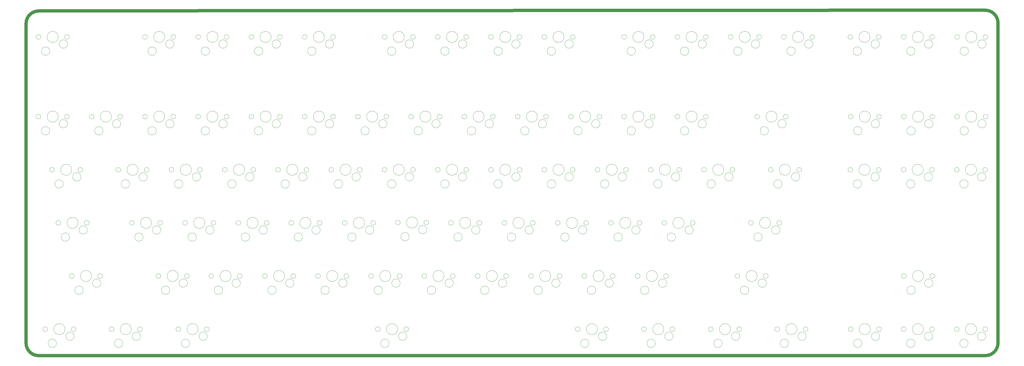
<source format=gm1>
G04*
G04 #@! TF.GenerationSoftware,Altium Limited,Altium Designer,20.0.1 (14)*
G04*
G04 Layer_Color=16711935*
%FSLAX24Y24*%
%MOIN*%
G70*
G01*
G75*
%ADD54C,0.0002*%
%ADD55C,0.0472*%
D54*
X133919Y3838D02*
G03*
X133919Y3838I-785J0D01*
G01*
X135469D02*
G03*
X135469Y3838I-335J0D01*
G01*
X131469D02*
G03*
X131469Y3838I-335J0D01*
G01*
X135225Y2838D02*
G03*
X135225Y2838I-591J0D01*
G01*
X132725Y1838D02*
G03*
X132725Y1838I-591J0D01*
G01*
X126444Y3838D02*
G03*
X126444Y3838I-785J0D01*
G01*
X127994D02*
G03*
X127994Y3838I-335J0D01*
G01*
X123994D02*
G03*
X123994Y3838I-335J0D01*
G01*
X127750Y2838D02*
G03*
X127750Y2838I-591J0D01*
G01*
X125250Y1838D02*
G03*
X125250Y1838I-591J0D01*
G01*
X118969Y3838D02*
G03*
X118969Y3838I-785J0D01*
G01*
X120519D02*
G03*
X120519Y3838I-335J0D01*
G01*
X116519D02*
G03*
X116519Y3838I-335J0D01*
G01*
X120275Y2838D02*
G03*
X120275Y2838I-591J0D01*
G01*
X117775Y1838D02*
G03*
X117775Y1838I-591J0D01*
G01*
X108619Y3838D02*
G03*
X108619Y3838I-785J0D01*
G01*
X110169D02*
G03*
X110169Y3838I-335J0D01*
G01*
X106169D02*
G03*
X106169Y3838I-335J0D01*
G01*
X109925Y2838D02*
G03*
X109925Y2838I-591J0D01*
G01*
X107425Y1838D02*
G03*
X107425Y1838I-591J0D01*
G01*
X99269Y3838D02*
G03*
X99269Y3838I-785J0D01*
G01*
X100819D02*
G03*
X100819Y3838I-335J0D01*
G01*
X96819D02*
G03*
X96819Y3838I-335J0D01*
G01*
X100575Y2838D02*
G03*
X100575Y2838I-591J0D01*
G01*
X98075Y1838D02*
G03*
X98075Y1838I-591J0D01*
G01*
X88675Y1838D02*
G03*
X88675Y1838I-591J0D01*
G01*
X91175Y2838D02*
G03*
X91175Y2838I-591J0D01*
G01*
X87419Y3838D02*
G03*
X87419Y3838I-335J0D01*
G01*
X91419D02*
G03*
X91419Y3838I-335J0D01*
G01*
X89869D02*
G03*
X89869Y3838I-785J0D01*
G01*
X79325Y1838D02*
G03*
X79325Y1838I-591J0D01*
G01*
X81825Y2838D02*
G03*
X81825Y2838I-591J0D01*
G01*
X78069Y3838D02*
G03*
X78069Y3838I-335J0D01*
G01*
X82069D02*
G03*
X82069Y3838I-335J0D01*
G01*
X80519D02*
G03*
X80519Y3838I-785J0D01*
G01*
X23075Y1838D02*
G03*
X23075Y1838I-591J0D01*
G01*
X25575Y2838D02*
G03*
X25575Y2838I-591J0D01*
G01*
X21819Y3838D02*
G03*
X21819Y3838I-335J0D01*
G01*
X25819D02*
G03*
X25819Y3838I-335J0D01*
G01*
X24269D02*
G03*
X24269Y3838I-785J0D01*
G01*
X13675Y1838D02*
G03*
X13675Y1838I-591J0D01*
G01*
X16175Y2838D02*
G03*
X16175Y2838I-591J0D01*
G01*
X12419Y3838D02*
G03*
X12419Y3838I-335J0D01*
G01*
X16419D02*
G03*
X16419Y3838I-335J0D01*
G01*
X14869D02*
G03*
X14869Y3838I-785J0D01*
G01*
X4325Y1838D02*
G03*
X4325Y1838I-591J0D01*
G01*
X6825Y2838D02*
G03*
X6825Y2838I-591J0D01*
G01*
X3069Y3838D02*
G03*
X3069Y3838I-335J0D01*
G01*
X7069D02*
G03*
X7069Y3838I-335J0D01*
G01*
X5519D02*
G03*
X5519Y3838I-785J0D01*
G01*
X103019Y11338D02*
G03*
X103019Y11338I-785J0D01*
G01*
X104569D02*
G03*
X104569Y11338I-335J0D01*
G01*
X100569D02*
G03*
X100569Y11338I-335J0D01*
G01*
X104325Y10338D02*
G03*
X104325Y10338I-591J0D01*
G01*
X101825Y9338D02*
G03*
X101825Y9338I-591J0D01*
G01*
X87775D02*
G03*
X87775Y9338I-591J0D01*
G01*
X90275Y10338D02*
G03*
X90275Y10338I-591J0D01*
G01*
X86519Y11338D02*
G03*
X86519Y11338I-335J0D01*
G01*
X90519D02*
G03*
X90519Y11338I-335J0D01*
G01*
X88969D02*
G03*
X88969Y11338I-785J0D01*
G01*
X80275Y9338D02*
G03*
X80275Y9338I-591J0D01*
G01*
X82775Y10338D02*
G03*
X82775Y10338I-591J0D01*
G01*
X79019Y11338D02*
G03*
X79019Y11338I-335J0D01*
G01*
X83019D02*
G03*
X83019Y11338I-335J0D01*
G01*
X81469D02*
G03*
X81469Y11338I-785J0D01*
G01*
X72759Y9338D02*
G03*
X72759Y9338I-591J0D01*
G01*
X75259Y10338D02*
G03*
X75259Y10338I-591J0D01*
G01*
X71503Y11338D02*
G03*
X71503Y11338I-335J0D01*
G01*
X75503D02*
G03*
X75503Y11338I-335J0D01*
G01*
X73953D02*
G03*
X73953Y11338I-785J0D01*
G01*
X65242Y9338D02*
G03*
X65242Y9338I-591J0D01*
G01*
X67742Y10338D02*
G03*
X67742Y10338I-591J0D01*
G01*
X63986Y11338D02*
G03*
X63986Y11338I-335J0D01*
G01*
X67986D02*
G03*
X67986Y11338I-335J0D01*
G01*
X66436D02*
G03*
X66436Y11338I-785J0D01*
G01*
X57725Y9338D02*
G03*
X57725Y9338I-591J0D01*
G01*
X60225Y10338D02*
G03*
X60225Y10338I-591J0D01*
G01*
X56469Y11338D02*
G03*
X56469Y11338I-335J0D01*
G01*
X60469D02*
G03*
X60469Y11338I-335J0D01*
G01*
X58919D02*
G03*
X58919Y11338I-785J0D01*
G01*
X50225Y9338D02*
G03*
X50225Y9338I-591J0D01*
G01*
X52725Y10338D02*
G03*
X52725Y10338I-591J0D01*
G01*
X48969Y11338D02*
G03*
X48969Y11338I-335J0D01*
G01*
X52969D02*
G03*
X52969Y11338I-335J0D01*
G01*
X51419D02*
G03*
X51419Y11338I-785J0D01*
G01*
X42750Y9338D02*
G03*
X42750Y9338I-591J0D01*
G01*
X45250Y10338D02*
G03*
X45250Y10338I-591J0D01*
G01*
X41494Y11338D02*
G03*
X41494Y11338I-335J0D01*
G01*
X45494D02*
G03*
X45494Y11338I-335J0D01*
G01*
X43944D02*
G03*
X43944Y11338I-785J0D01*
G01*
X35275Y9338D02*
G03*
X35275Y9338I-591J0D01*
G01*
X37775Y10338D02*
G03*
X37775Y10338I-591J0D01*
G01*
X34019Y11338D02*
G03*
X34019Y11338I-335J0D01*
G01*
X38019D02*
G03*
X38019Y11338I-335J0D01*
G01*
X36469D02*
G03*
X36469Y11338I-785J0D01*
G01*
X27725Y9338D02*
G03*
X27725Y9338I-591J0D01*
G01*
X30225Y10338D02*
G03*
X30225Y10338I-591J0D01*
G01*
X26469Y11338D02*
G03*
X26469Y11338I-335J0D01*
G01*
X30469D02*
G03*
X30469Y11338I-335J0D01*
G01*
X28919D02*
G03*
X28919Y11338I-785J0D01*
G01*
X20275Y9338D02*
G03*
X20275Y9338I-591J0D01*
G01*
X22775Y10338D02*
G03*
X22775Y10338I-591J0D01*
G01*
X19019Y11338D02*
G03*
X19019Y11338I-335J0D01*
G01*
X23019D02*
G03*
X23019Y11338I-335J0D01*
G01*
X21469D02*
G03*
X21469Y11338I-785J0D01*
G01*
X8075Y9338D02*
G03*
X8075Y9338I-591J0D01*
G01*
X10575Y10338D02*
G03*
X10575Y10338I-591J0D01*
G01*
X6819Y11338D02*
G03*
X6819Y11338I-335J0D01*
G01*
X10819D02*
G03*
X10819Y11338I-335J0D01*
G01*
X9269D02*
G03*
X9269Y11338I-785J0D01*
G01*
X104919Y18838D02*
G03*
X104919Y18838I-785J0D01*
G01*
X106469D02*
G03*
X106469Y18838I-335J0D01*
G01*
X102469D02*
G03*
X102469Y18838I-335J0D01*
G01*
X106225Y17838D02*
G03*
X106225Y17838I-591J0D01*
G01*
X103725Y16838D02*
G03*
X103725Y16838I-591J0D01*
G01*
X91525Y16838D02*
G03*
X91525Y16838I-591J0D01*
G01*
X94025Y17838D02*
G03*
X94025Y17838I-591J0D01*
G01*
X90269Y18838D02*
G03*
X90269Y18838I-335J0D01*
G01*
X94269D02*
G03*
X94269Y18838I-335J0D01*
G01*
X92719D02*
G03*
X92719Y18838I-785J0D01*
G01*
X84025Y16838D02*
G03*
X84025Y16838I-591J0D01*
G01*
X86525Y17838D02*
G03*
X86525Y17838I-591J0D01*
G01*
X82769Y18838D02*
G03*
X82769Y18838I-335J0D01*
G01*
X86769D02*
G03*
X86769Y18838I-335J0D01*
G01*
X85219D02*
G03*
X85219Y18838I-785J0D01*
G01*
X76525Y16838D02*
G03*
X76525Y16838I-591J0D01*
G01*
X79025Y17838D02*
G03*
X79025Y17838I-591J0D01*
G01*
X75269Y18838D02*
G03*
X75269Y18838I-335J0D01*
G01*
X79269D02*
G03*
X79269Y18838I-335J0D01*
G01*
X77719D02*
G03*
X77719Y18838I-785J0D01*
G01*
X69000Y16838D02*
G03*
X69000Y16838I-591J0D01*
G01*
X71500Y17838D02*
G03*
X71500Y17838I-591J0D01*
G01*
X67744Y18838D02*
G03*
X67744Y18838I-335J0D01*
G01*
X71744D02*
G03*
X71744Y18838I-335J0D01*
G01*
X70194D02*
G03*
X70194Y18838I-785J0D01*
G01*
X61475Y16838D02*
G03*
X61475Y16838I-591J0D01*
G01*
X63975Y17838D02*
G03*
X63975Y17838I-591J0D01*
G01*
X60219Y18838D02*
G03*
X60219Y18838I-335J0D01*
G01*
X64219D02*
G03*
X64219Y18838I-335J0D01*
G01*
X62669D02*
G03*
X62669Y18838I-785J0D01*
G01*
X54000Y16888D02*
G03*
X54000Y16888I-591J0D01*
G01*
X56500Y17888D02*
G03*
X56500Y17888I-591J0D01*
G01*
X52744Y18888D02*
G03*
X52744Y18888I-335J0D01*
G01*
X56744D02*
G03*
X56744Y18888I-335J0D01*
G01*
X55194D02*
G03*
X55194Y18888I-785J0D01*
G01*
X46525Y16838D02*
G03*
X46525Y16838I-591J0D01*
G01*
X49025Y17838D02*
G03*
X49025Y17838I-591J0D01*
G01*
X45269Y18838D02*
G03*
X45269Y18838I-335J0D01*
G01*
X49269D02*
G03*
X49269Y18838I-335J0D01*
G01*
X47719D02*
G03*
X47719Y18838I-785J0D01*
G01*
X38975Y16838D02*
G03*
X38975Y16838I-591J0D01*
G01*
X41475Y17838D02*
G03*
X41475Y17838I-591J0D01*
G01*
X37719Y18838D02*
G03*
X37719Y18838I-335J0D01*
G01*
X41719D02*
G03*
X41719Y18838I-335J0D01*
G01*
X40169D02*
G03*
X40169Y18838I-785J0D01*
G01*
X31525Y16838D02*
G03*
X31525Y16838I-591J0D01*
G01*
X34025Y17838D02*
G03*
X34025Y17838I-591J0D01*
G01*
X30269Y18838D02*
G03*
X30269Y18838I-335J0D01*
G01*
X34269D02*
G03*
X34269Y18838I-335J0D01*
G01*
X32719D02*
G03*
X32719Y18838I-785J0D01*
G01*
X24025Y16838D02*
G03*
X24025Y16838I-591J0D01*
G01*
X26525Y17838D02*
G03*
X26525Y17838I-591J0D01*
G01*
X22769Y18838D02*
G03*
X22769Y18838I-335J0D01*
G01*
X26769D02*
G03*
X26769Y18838I-335J0D01*
G01*
X25219D02*
G03*
X25219Y18838I-785J0D01*
G01*
X16525Y16838D02*
G03*
X16525Y16838I-591J0D01*
G01*
X19025Y17838D02*
G03*
X19025Y17838I-591J0D01*
G01*
X15269Y18838D02*
G03*
X15269Y18838I-335J0D01*
G01*
X19269D02*
G03*
X19269Y18838I-335J0D01*
G01*
X17719D02*
G03*
X17719Y18838I-785J0D01*
G01*
X6175Y16838D02*
G03*
X6175Y16838I-591J0D01*
G01*
X8675Y17838D02*
G03*
X8675Y17838I-591J0D01*
G01*
X4919Y18838D02*
G03*
X4919Y18838I-335J0D01*
G01*
X8919D02*
G03*
X8919Y18838I-335J0D01*
G01*
X7369D02*
G03*
X7369Y18838I-785J0D01*
G01*
X133919Y26338D02*
G03*
X133919Y26338I-785J0D01*
G01*
X135469D02*
G03*
X135469Y26338I-335J0D01*
G01*
X131469D02*
G03*
X131469Y26338I-335J0D01*
G01*
X135225Y25338D02*
G03*
X135225Y25338I-591J0D01*
G01*
X132725Y24338D02*
G03*
X132725Y24338I-591J0D01*
G01*
X126419Y26338D02*
G03*
X126419Y26338I-785J0D01*
G01*
X127969D02*
G03*
X127969Y26338I-335J0D01*
G01*
X123969D02*
G03*
X123969Y26338I-335J0D01*
G01*
X127725Y25338D02*
G03*
X127725Y25338I-591J0D01*
G01*
X125225Y24338D02*
G03*
X125225Y24338I-591J0D01*
G01*
X118919Y26338D02*
G03*
X118919Y26338I-785J0D01*
G01*
X120469D02*
G03*
X120469Y26338I-335J0D01*
G01*
X116469D02*
G03*
X116469Y26338I-335J0D01*
G01*
X120225Y25338D02*
G03*
X120225Y25338I-591J0D01*
G01*
X117725Y24338D02*
G03*
X117725Y24338I-591J0D01*
G01*
X107719Y26338D02*
G03*
X107719Y26338I-785J0D01*
G01*
X109269D02*
G03*
X109269Y26338I-335J0D01*
G01*
X105269D02*
G03*
X105269Y26338I-335J0D01*
G01*
X109025Y25338D02*
G03*
X109025Y25338I-591J0D01*
G01*
X106525Y24338D02*
G03*
X106525Y24338I-591J0D01*
G01*
X52125Y24338D02*
G03*
X52125Y24338I-591J0D01*
G01*
X54625Y25338D02*
G03*
X54625Y25338I-591J0D01*
G01*
X50869Y26338D02*
G03*
X50869Y26338I-335J0D01*
G01*
X54869D02*
G03*
X54869Y26338I-335J0D01*
G01*
X53319D02*
G03*
X53319Y26338I-785J0D01*
G01*
X44625Y24338D02*
G03*
X44625Y24338I-591J0D01*
G01*
X47125Y25338D02*
G03*
X47125Y25338I-591J0D01*
G01*
X43369Y26338D02*
G03*
X43369Y26338I-335J0D01*
G01*
X47369D02*
G03*
X47369Y26338I-335J0D01*
G01*
X45819D02*
G03*
X45819Y26338I-785J0D01*
G01*
X37125Y24338D02*
G03*
X37125Y24338I-591J0D01*
G01*
X39625Y25338D02*
G03*
X39625Y25338I-591J0D01*
G01*
X35869Y26338D02*
G03*
X35869Y26338I-335J0D01*
G01*
X39869D02*
G03*
X39869Y26338I-335J0D01*
G01*
X38319D02*
G03*
X38319Y26338I-785J0D01*
G01*
X29625Y24338D02*
G03*
X29625Y24338I-591J0D01*
G01*
X32125Y25338D02*
G03*
X32125Y25338I-591J0D01*
G01*
X28369Y26338D02*
G03*
X28369Y26338I-335J0D01*
G01*
X32369D02*
G03*
X32369Y26338I-335J0D01*
G01*
X30819D02*
G03*
X30819Y26338I-785J0D01*
G01*
X22125Y24338D02*
G03*
X22125Y24338I-591J0D01*
G01*
X24625Y25338D02*
G03*
X24625Y25338I-591J0D01*
G01*
X20869Y26338D02*
G03*
X20869Y26338I-335J0D01*
G01*
X24869D02*
G03*
X24869Y26338I-335J0D01*
G01*
X23319D02*
G03*
X23319Y26338I-785J0D01*
G01*
X14625Y24338D02*
G03*
X14625Y24338I-591J0D01*
G01*
X17125Y25338D02*
G03*
X17125Y25338I-591J0D01*
G01*
X13369Y26338D02*
G03*
X13369Y26338I-335J0D01*
G01*
X17369D02*
G03*
X17369Y26338I-335J0D01*
G01*
X15819D02*
G03*
X15819Y26338I-785J0D01*
G01*
X5275Y24338D02*
G03*
X5275Y24338I-591J0D01*
G01*
X7775Y25338D02*
G03*
X7775Y25338I-591J0D01*
G01*
X4019Y26338D02*
G03*
X4019Y26338I-335J0D01*
G01*
X8019D02*
G03*
X8019Y26338I-335J0D01*
G01*
X6469D02*
G03*
X6469Y26338I-785J0D01*
G01*
X63375Y31838D02*
G03*
X63375Y31838I-591J0D01*
G01*
X65875Y32838D02*
G03*
X65875Y32838I-591J0D01*
G01*
X62119Y33838D02*
G03*
X62119Y33838I-335J0D01*
G01*
X66119D02*
G03*
X66119Y33838I-335J0D01*
G01*
X64569D02*
G03*
X64569Y33838I-785J0D01*
G01*
X55875Y31838D02*
G03*
X55875Y31838I-591J0D01*
G01*
X58375Y32838D02*
G03*
X58375Y32838I-591J0D01*
G01*
X54619Y33838D02*
G03*
X54619Y33838I-335J0D01*
G01*
X58619D02*
G03*
X58619Y33838I-335J0D01*
G01*
X57069D02*
G03*
X57069Y33838I-785J0D01*
G01*
X48375Y31838D02*
G03*
X48375Y31838I-591J0D01*
G01*
X50875Y32838D02*
G03*
X50875Y32838I-591J0D01*
G01*
X47119Y33838D02*
G03*
X47119Y33838I-335J0D01*
G01*
X51119D02*
G03*
X51119Y33838I-335J0D01*
G01*
X49569D02*
G03*
X49569Y33838I-785J0D01*
G01*
X40875Y31838D02*
G03*
X40875Y31838I-591J0D01*
G01*
X43375Y32838D02*
G03*
X43375Y32838I-591J0D01*
G01*
X39619Y33838D02*
G03*
X39619Y33838I-335J0D01*
G01*
X43619D02*
G03*
X43619Y33838I-335J0D01*
G01*
X42069D02*
G03*
X42069Y33838I-785J0D01*
G01*
X33375Y31838D02*
G03*
X33375Y31838I-591J0D01*
G01*
X35875Y32838D02*
G03*
X35875Y32838I-591J0D01*
G01*
X32119Y33838D02*
G03*
X32119Y33838I-335J0D01*
G01*
X36119D02*
G03*
X36119Y33838I-335J0D01*
G01*
X34569D02*
G03*
X34569Y33838I-785J0D01*
G01*
X25875Y31838D02*
G03*
X25875Y31838I-591J0D01*
G01*
X28375Y32838D02*
G03*
X28375Y32838I-591J0D01*
G01*
X24619Y33838D02*
G03*
X24619Y33838I-335J0D01*
G01*
X28619D02*
G03*
X28619Y33838I-335J0D01*
G01*
X27069D02*
G03*
X27069Y33838I-785J0D01*
G01*
X18375Y31838D02*
G03*
X18375Y31838I-591J0D01*
G01*
X20875Y32838D02*
G03*
X20875Y32838I-591J0D01*
G01*
X17119Y33838D02*
G03*
X17119Y33838I-335J0D01*
G01*
X21119D02*
G03*
X21119Y33838I-335J0D01*
G01*
X19569D02*
G03*
X19569Y33838I-785J0D01*
G01*
X10875Y31838D02*
G03*
X10875Y31838I-591J0D01*
G01*
X13375Y32838D02*
G03*
X13375Y32838I-591J0D01*
G01*
X9619Y33838D02*
G03*
X9619Y33838I-335J0D01*
G01*
X13619D02*
G03*
X13619Y33838I-335J0D01*
G01*
X12069D02*
G03*
X12069Y33838I-785J0D01*
G01*
X3375Y31838D02*
G03*
X3375Y31838I-591J0D01*
G01*
X5875Y32838D02*
G03*
X5875Y32838I-591J0D01*
G01*
X2119Y33838D02*
G03*
X2119Y33838I-335J0D01*
G01*
X6119D02*
G03*
X6119Y33838I-335J0D01*
G01*
X4569D02*
G03*
X4569Y33838I-785J0D01*
G01*
X133969Y45088D02*
G03*
X133969Y45088I-785J0D01*
G01*
X135519D02*
G03*
X135519Y45088I-335J0D01*
G01*
X131519D02*
G03*
X131519Y45088I-335J0D01*
G01*
X135275Y44088D02*
G03*
X135275Y44088I-591J0D01*
G01*
X132775Y43088D02*
G03*
X132775Y43088I-591J0D01*
G01*
X126444Y45088D02*
G03*
X126444Y45088I-785J0D01*
G01*
X127994D02*
G03*
X127994Y45088I-335J0D01*
G01*
X123994D02*
G03*
X123994Y45088I-335J0D01*
G01*
X127750Y44088D02*
G03*
X127750Y44088I-591J0D01*
G01*
X125250Y43088D02*
G03*
X125250Y43088I-591J0D01*
G01*
X118919Y45088D02*
G03*
X118919Y45088I-785J0D01*
G01*
X120469D02*
G03*
X120469Y45088I-335J0D01*
G01*
X116469D02*
G03*
X116469Y45088I-335J0D01*
G01*
X120225Y44088D02*
G03*
X120225Y44088I-591J0D01*
G01*
X117725Y43088D02*
G03*
X117725Y43088I-591J0D01*
G01*
X109569Y45088D02*
G03*
X109569Y45088I-785J0D01*
G01*
X111119D02*
G03*
X111119Y45088I-335J0D01*
G01*
X107119D02*
G03*
X107119Y45088I-335J0D01*
G01*
X110875Y44088D02*
G03*
X110875Y44088I-591J0D01*
G01*
X108375Y43088D02*
G03*
X108375Y43088I-591J0D01*
G01*
X102069Y45088D02*
G03*
X102069Y45088I-785J0D01*
G01*
X103619D02*
G03*
X103619Y45088I-335J0D01*
G01*
X99619D02*
G03*
X99619Y45088I-335J0D01*
G01*
X103375Y44088D02*
G03*
X103375Y44088I-591J0D01*
G01*
X100875Y43088D02*
G03*
X100875Y43088I-591J0D01*
G01*
X94569Y45088D02*
G03*
X94569Y45088I-785J0D01*
G01*
X96119D02*
G03*
X96119Y45088I-335J0D01*
G01*
X92119D02*
G03*
X92119Y45088I-335J0D01*
G01*
X95875Y44088D02*
G03*
X95875Y44088I-591J0D01*
G01*
X93375Y43088D02*
G03*
X93375Y43088I-591J0D01*
G01*
X87069Y45088D02*
G03*
X87069Y45088I-785J0D01*
G01*
X88619D02*
G03*
X88619Y45088I-335J0D01*
G01*
X84619D02*
G03*
X84619Y45088I-335J0D01*
G01*
X88375Y44088D02*
G03*
X88375Y44088I-591J0D01*
G01*
X85875Y43088D02*
G03*
X85875Y43088I-591J0D01*
G01*
X75819Y45088D02*
G03*
X75819Y45088I-785J0D01*
G01*
X77369D02*
G03*
X77369Y45088I-335J0D01*
G01*
X73369D02*
G03*
X73369Y45088I-335J0D01*
G01*
X77125Y44088D02*
G03*
X77125Y44088I-591J0D01*
G01*
X74625Y43088D02*
G03*
X74625Y43088I-591J0D01*
G01*
X68319Y45088D02*
G03*
X68319Y45088I-785J0D01*
G01*
X69869D02*
G03*
X69869Y45088I-335J0D01*
G01*
X65869D02*
G03*
X65869Y45088I-335J0D01*
G01*
X69625Y44088D02*
G03*
X69625Y44088I-591J0D01*
G01*
X67125Y43088D02*
G03*
X67125Y43088I-591J0D01*
G01*
X60819Y45088D02*
G03*
X60819Y45088I-785J0D01*
G01*
X62369D02*
G03*
X62369Y45088I-335J0D01*
G01*
X58369D02*
G03*
X58369Y45088I-335J0D01*
G01*
X62125Y44088D02*
G03*
X62125Y44088I-591J0D01*
G01*
X59625Y43088D02*
G03*
X59625Y43088I-591J0D01*
G01*
X53319Y45088D02*
G03*
X53319Y45088I-785J0D01*
G01*
X54869D02*
G03*
X54869Y45088I-335J0D01*
G01*
X50869D02*
G03*
X50869Y45088I-335J0D01*
G01*
X54625Y44088D02*
G03*
X54625Y44088I-591J0D01*
G01*
X52125Y43088D02*
G03*
X52125Y43088I-591J0D01*
G01*
X42069Y45088D02*
G03*
X42069Y45088I-785J0D01*
G01*
X43619D02*
G03*
X43619Y45088I-335J0D01*
G01*
X39619D02*
G03*
X39619Y45088I-335J0D01*
G01*
X43375Y44088D02*
G03*
X43375Y44088I-591J0D01*
G01*
X40875Y43088D02*
G03*
X40875Y43088I-591J0D01*
G01*
X34569Y45088D02*
G03*
X34569Y45088I-785J0D01*
G01*
X36119D02*
G03*
X36119Y45088I-335J0D01*
G01*
X32119D02*
G03*
X32119Y45088I-335J0D01*
G01*
X35875Y44088D02*
G03*
X35875Y44088I-591J0D01*
G01*
X33375Y43088D02*
G03*
X33375Y43088I-591J0D01*
G01*
X27069Y45088D02*
G03*
X27069Y45088I-785J0D01*
G01*
X28619D02*
G03*
X28619Y45088I-335J0D01*
G01*
X24619D02*
G03*
X24619Y45088I-335J0D01*
G01*
X28375Y44088D02*
G03*
X28375Y44088I-591J0D01*
G01*
X25875Y43088D02*
G03*
X25875Y43088I-591J0D01*
G01*
X19569Y45088D02*
G03*
X19569Y45088I-785J0D01*
G01*
X21119D02*
G03*
X21119Y45088I-335J0D01*
G01*
X17119D02*
G03*
X17119Y45088I-335J0D01*
G01*
X20875Y44088D02*
G03*
X20875Y44088I-591J0D01*
G01*
X18375Y43088D02*
G03*
X18375Y43088I-591J0D01*
G01*
X4569Y45088D02*
G03*
X4569Y45088I-785J0D01*
G01*
X6119D02*
G03*
X6119Y45088I-335J0D01*
G01*
X2119D02*
G03*
X2119Y45088I-335J0D01*
G01*
X5875Y44088D02*
G03*
X5875Y44088I-591J0D01*
G01*
X3375Y43088D02*
G03*
X3375Y43088I-591J0D01*
G01*
X52369Y3838D02*
G03*
X52369Y3838I-785J0D01*
G01*
X53919D02*
G03*
X53919Y3838I-335J0D01*
G01*
X49919D02*
G03*
X49919Y3838I-335J0D01*
G01*
X53675Y2838D02*
G03*
X53675Y2838I-591J0D01*
G01*
X51175Y1838D02*
G03*
X51175Y1838I-591J0D01*
G01*
X60819Y26338D02*
G03*
X60819Y26338I-785J0D01*
G01*
X62369D02*
G03*
X62369Y26338I-335J0D01*
G01*
X58369D02*
G03*
X58369Y26338I-335J0D01*
G01*
X62125Y25338D02*
G03*
X62125Y25338I-591J0D01*
G01*
X59625Y24338D02*
G03*
X59625Y24338I-591J0D01*
G01*
X68319Y26338D02*
G03*
X68319Y26338I-785J0D01*
G01*
X69869D02*
G03*
X69869Y26338I-335J0D01*
G01*
X65869D02*
G03*
X65869Y26338I-335J0D01*
G01*
X69625Y25338D02*
G03*
X69625Y25338I-591J0D01*
G01*
X67125Y24338D02*
G03*
X67125Y24338I-591J0D01*
G01*
X94569Y33838D02*
G03*
X94569Y33838I-785J0D01*
G01*
X96119D02*
G03*
X96119Y33838I-335J0D01*
G01*
X92119D02*
G03*
X92119Y33838I-335J0D01*
G01*
X95875Y32838D02*
G03*
X95875Y32838I-591J0D01*
G01*
X93375Y31838D02*
G03*
X93375Y31838I-591J0D01*
G01*
X98319Y26338D02*
G03*
X98319Y26338I-785J0D01*
G01*
X99869D02*
G03*
X99869Y26338I-335J0D01*
G01*
X95869D02*
G03*
X95869Y26338I-335J0D01*
G01*
X99625Y25338D02*
G03*
X99625Y25338I-591J0D01*
G01*
X97125Y24338D02*
G03*
X97125Y24338I-591J0D01*
G01*
X90819Y26338D02*
G03*
X90819Y26338I-785J0D01*
G01*
X92369D02*
G03*
X92369Y26338I-335J0D01*
G01*
X88369D02*
G03*
X88369Y26338I-335J0D01*
G01*
X92125Y25338D02*
G03*
X92125Y25338I-591J0D01*
G01*
X89625Y24338D02*
G03*
X89625Y24338I-591J0D01*
G01*
X79569Y33838D02*
G03*
X79569Y33838I-785J0D01*
G01*
X81119D02*
G03*
X81119Y33838I-335J0D01*
G01*
X77119D02*
G03*
X77119Y33838I-335J0D01*
G01*
X80875Y32838D02*
G03*
X80875Y32838I-591J0D01*
G01*
X78375Y31838D02*
G03*
X78375Y31838I-591J0D01*
G01*
X126469Y11338D02*
G03*
X126469Y11338I-785J0D01*
G01*
X128019D02*
G03*
X128019Y11338I-335J0D01*
G01*
X124019D02*
G03*
X124019Y11338I-335J0D01*
G01*
X127775Y10338D02*
G03*
X127775Y10338I-591J0D01*
G01*
X125275Y9338D02*
G03*
X125275Y9338I-591J0D01*
G01*
X87069Y33838D02*
G03*
X87069Y33838I-785J0D01*
G01*
X88619D02*
G03*
X88619Y33838I-335J0D01*
G01*
X84619D02*
G03*
X84619Y33838I-335J0D01*
G01*
X88375Y32838D02*
G03*
X88375Y32838I-591J0D01*
G01*
X85875Y31838D02*
G03*
X85875Y31838I-591J0D01*
G01*
X72069Y33838D02*
G03*
X72069Y33838I-785J0D01*
G01*
X73619D02*
G03*
X73619Y33838I-335J0D01*
G01*
X69619D02*
G03*
X69619Y33838I-335J0D01*
G01*
X73375Y32838D02*
G03*
X73375Y32838I-591J0D01*
G01*
X70875Y31838D02*
G03*
X70875Y31838I-591J0D01*
G01*
X83319Y26338D02*
G03*
X83319Y26338I-785J0D01*
G01*
X84869D02*
G03*
X84869Y26338I-335J0D01*
G01*
X80869D02*
G03*
X80869Y26338I-335J0D01*
G01*
X84625Y25338D02*
G03*
X84625Y25338I-591J0D01*
G01*
X82125Y24338D02*
G03*
X82125Y24338I-591J0D01*
G01*
X75819Y26338D02*
G03*
X75819Y26338I-785J0D01*
G01*
X77369D02*
G03*
X77369Y26338I-335J0D01*
G01*
X73369D02*
G03*
X73369Y26338I-335J0D01*
G01*
X77125Y25338D02*
G03*
X77125Y25338I-591J0D01*
G01*
X74625Y24338D02*
G03*
X74625Y24338I-591J0D01*
G01*
X105810Y33838D02*
G03*
X105810Y33838I-785J0D01*
G01*
X107360D02*
G03*
X107360Y33838I-335J0D01*
G01*
X103360D02*
G03*
X103360Y33838I-335J0D01*
G01*
X107116Y32838D02*
G03*
X107116Y32838I-591J0D01*
G01*
X104616Y31838D02*
G03*
X104616Y31838I-591J0D01*
G01*
X118969Y33838D02*
G03*
X118969Y33838I-785J0D01*
G01*
X120519D02*
G03*
X120519Y33838I-335J0D01*
G01*
X116519D02*
G03*
X116519Y33838I-335J0D01*
G01*
X120275Y32838D02*
G03*
X120275Y32838I-591J0D01*
G01*
X117775Y31838D02*
G03*
X117775Y31838I-591J0D01*
G01*
X126469Y33838D02*
G03*
X126469Y33838I-785J0D01*
G01*
X128019D02*
G03*
X128019Y33838I-335J0D01*
G01*
X124019D02*
G03*
X124019Y33838I-335J0D01*
G01*
X127775Y32838D02*
G03*
X127775Y32838I-591J0D01*
G01*
X125275Y31838D02*
G03*
X125275Y31838I-591J0D01*
G01*
X133969Y33838D02*
G03*
X133969Y33838I-785J0D01*
G01*
X135519D02*
G03*
X135519Y33838I-335J0D01*
G01*
X131519D02*
G03*
X131519Y33838I-335J0D01*
G01*
X135275Y32838D02*
G03*
X135275Y32838I-591J0D01*
G01*
X132775Y31838D02*
G03*
X132775Y31838I-591J0D01*
G01*
D55*
X37Y1873D02*
G03*
X1809Y101I1771J0D01*
G01*
X135146D02*
G03*
X136937Y1893I0J1792D01*
G01*
X136935Y47119D02*
G03*
X135088Y48850I-1789J-58D01*
G01*
X1823Y48752D02*
G03*
X37Y46966I0J-1785D01*
G01*
Y1873D02*
Y1901D01*
X136937Y1893D02*
Y47061D01*
X37Y1901D02*
Y46966D01*
X133137Y101D02*
X135146D01*
X1809D02*
X133237D01*
X1821Y48752D02*
X135144Y48851D01*
M02*

</source>
